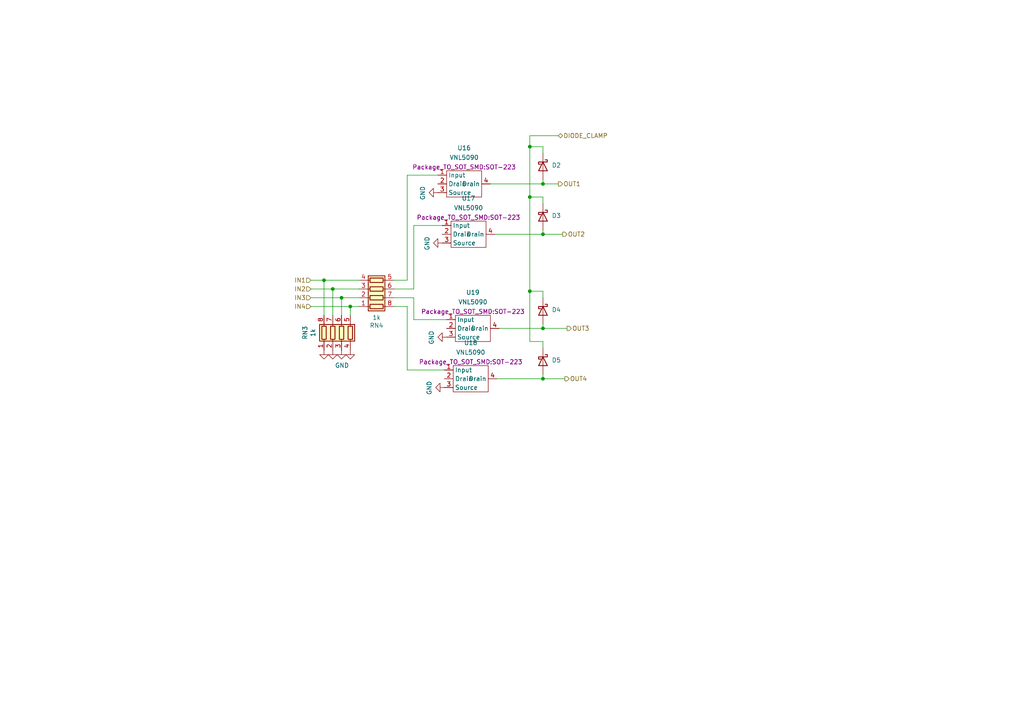
<source format=kicad_sch>
(kicad_sch (version 20230121) (generator eeschema)
  (paper "A4")
  (title_block (title "Polygonus Universal 88p") (date "2023-11-12") (rev "v1.0") (company "FutureProofPerformance.com"))
  (lib_symbols
    (symbol "Device:D_Schottky" (pin_numbers hide) (pin_names (offset 1.016) hide)
      (property "Reference" "D" (at 0 2.54 0))
      (property "Value" "D_Schottky" (at 0 -2.54 0))
      (symbol "D_Schottky_0_1"
        (polyline (pts (xy 1.27 0) (xy -1.27 0)))
        (polyline (pts (xy 1.27 1.27) (xy 1.27 -1.27) (xy -1.27 0) (xy 1.27 1.27)) (stroke (width 0.254)))
        (polyline (pts (xy -1.905 0.635) (xy -1.905 1.27) (xy -1.27 1.27) (xy -1.27 -1.27) (xy -0.635 -1.27) (xy -0.635 -0.635)) (stroke (width 0.254)))
      )
      (symbol "D_Schottky_1_1"
        (pin passive line (at -3.81 0 0) (length 2.54) (name "K") (number "1"))
        (pin passive line (at 3.81 0 180) (length 2.54) (name "A") (number "2"))
      )
    )
    (symbol "Device:R_Pack04" (pin_names (offset 0) hide)
      (property "Reference" "RN" (at -7.62 0 90))
      (property "Value" "R_Pack04" (at 5.08 0 90))
      (symbol "R_Pack04_0_1"
        (rectangle (start -6.35 -2.413) (end 3.81 2.413) (stroke (width 0.254)) (fill (type background)))
        (rectangle (start -5.715 1.905) (end -4.445 -1.905) (stroke (width 0.254)))
        (rectangle (start -3.175 1.905) (end -1.905 -1.905) (stroke (width 0.254)))
        (rectangle (start -0.635 1.905) (end 0.635 -1.905) (stroke (width 0.254)))
        (polyline (pts (xy -5.08 -2.54) (xy -5.08 -1.905)))
        (polyline (pts (xy -5.08 1.905) (xy -5.08 2.54)))
        (polyline (pts (xy -2.54 -2.54) (xy -2.54 -1.905)))
        (polyline (pts (xy -2.54 1.905) (xy -2.54 2.54)))
        (polyline (pts (xy 0 -2.54) (xy 0 -1.905)))
        (polyline (pts (xy 0 1.905) (xy 0 2.54)))
        (polyline (pts (xy 2.54 -2.54) (xy 2.54 -1.905)))
        (polyline (pts (xy 2.54 1.905) (xy 2.54 2.54)))
        (rectangle (start 1.905 1.905) (end 3.175 -1.905) (stroke (width 0.254)))
      )
      (symbol "R_Pack04_1_1"
        (pin passive line (at -5.08 -5.08 90) (length 2.54) (name "R1.1") (number "1"))
        (pin passive line (at -2.54 -5.08 90) (length 2.54) (name "R2.1") (number "2"))
        (pin passive line (at 0 -5.08 90) (length 2.54) (name "R3.1") (number "3"))
        (pin passive line (at 2.54 -5.08 90) (length 2.54) (name "R4.1") (number "4"))
        (pin passive line (at 2.54 5.08 270) (length 2.54) (name "R4.2") (number "5"))
        (pin passive line (at 0 5.08 270) (length 2.54) (name "R3.2") (number "6"))
        (pin passive line (at -2.54 5.08 270) (length 2.54) (name "R2.2") (number "7"))
        (pin passive line (at -5.08 5.08 270) (length 2.54) (name "R1.2") (number "8"))
      )
    )
    (symbol "Simon:VNL5090"
      (property "Reference" "U22" (at 6.1081 0.0001 0))
      (property "Value" "VNL5090" (at 6.1081 -2.5399 0))
      (property "Footprint" "Package_TO_SOT_SMD:SOT-223" (at 6.1081 -5.0799 0))
      (symbol "VNL5090_0_1"
        (rectangle (start -5.08 1.27) (end 5.08 -6.35))
      )
      (symbol "VNL5090_1_1"
        (pin input line (at -7.62 0 0) (length 2.54) (name "Input") (number "1"))
        (pin input line (at -7.62 -2.54 0) (length 2.54) (name "Drain") (number "2"))
        (pin input line (at -7.62 -5.08 0) (length 2.54) (name "Source") (number "3"))
        (pin output line (at 7.62 -2.54 180) (length 2.54) (name "Drain") (number "4"))
      )
    )
    (symbol "power:GND" (power) (pin_names (offset 0))
      (property "Value" "GND" (at 0 -3.81 0))
      (symbol "GND_0_1"
        (polyline (pts (xy 0 0) (xy 0 -1.27) (xy 1.27 -1.27) (xy 0 -2.54) (xy -1.27 -1.27) (xy 0 -1.27)))
      )
      (symbol "GND_1_1"
        (pin power_in line (at 0 0 270) (length 0) hide (name "GND") (number "1"))
      )
    )
  )
  (junction (at 99.06 86.36))
  (junction (at 101.6 88.9))
  (junction (at 157.48 67.945))
  (junction (at 157.48 53.34))
  (junction (at 153.67 42.545))
  (junction (at 93.98 81.28))
  (junction (at 96.52 83.82))
  (junction (at 153.67 57.15))
  (junction (at 157.48 95.25))
  (junction (at 153.67 84.455))
  (junction (at 157.48 109.855))
  (wire (pts (xy 90.17 88.9) (xy 101.6 88.9)))
  (wire (pts (xy 163.195 67.945) (xy 157.48 67.945)))
  (wire (pts (xy 161.925 53.34) (xy 157.48 53.34)))
  (wire (pts (xy 129.54 92.71) (xy 120.015 92.71)))
  (wire (pts (xy 90.17 83.82) (xy 96.52 83.82)))
  (wire (pts (xy 118.11 107.315) (xy 128.905 107.315)))
  (wire (pts (xy 157.48 57.15) (xy 153.67 57.15)))
  (wire (pts (xy 161.925 39.37) (xy 153.67 39.37)))
  (wire (pts (xy 90.17 86.36) (xy 99.06 86.36)))
  (wire (pts (xy 164.465 95.25) (xy 157.48 95.25)))
  (wire (pts (xy 157.48 42.545) (xy 153.67 42.545)))
  (wire (pts (xy 114.3 88.9) (xy 118.11 88.9)))
  (wire (pts (xy 153.67 42.545) (xy 153.67 57.15)))
  (wire (pts (xy 127 50.8) (xy 118.11 50.8)))
  (wire (pts (xy 157.48 59.055) (xy 157.48 57.15)))
  (wire (pts (xy 104.14 86.36) (xy 99.06 86.36)))
  (wire (pts (xy 157.48 52.07) (xy 157.48 53.34)))
  (wire (pts (xy 90.17 81.28) (xy 93.98 81.28)))
  (wire (pts (xy 157.48 108.585) (xy 157.48 109.855)))
  (wire (pts (xy 104.14 81.28) (xy 93.98 81.28)))
  (wire (pts (xy 163.83 109.855) (xy 157.48 109.855)))
  (wire (pts (xy 157.48 66.675) (xy 157.48 67.945)))
  (wire (pts (xy 157.48 100.965) (xy 157.48 99.06)))
  (wire (pts (xy 96.52 83.82) (xy 104.14 83.82)))
  (wire (pts (xy 114.3 83.82) (xy 120.015 83.82)))
  (wire (pts (xy 153.67 39.37) (xy 153.67 42.545)))
  (wire (pts (xy 118.11 50.8) (xy 118.11 81.28)))
  (wire (pts (xy 153.67 84.455) (xy 153.67 99.06)))
  (wire (pts (xy 96.52 91.44) (xy 96.52 83.82)))
  (wire (pts (xy 157.48 93.98) (xy 157.48 95.25)))
  (wire (pts (xy 101.6 91.44) (xy 101.6 88.9)))
  (wire (pts (xy 157.48 44.45) (xy 157.48 42.545)))
  (wire (pts (xy 93.98 81.28) (xy 93.98 91.44)))
  (wire (pts (xy 157.48 109.855) (xy 144.145 109.855)))
  (wire (pts (xy 153.67 57.15) (xy 153.67 84.455)))
  (wire (pts (xy 99.06 86.36) (xy 99.06 91.44)))
  (wire (pts (xy 114.3 86.36) (xy 120.015 86.36)))
  (wire (pts (xy 157.48 67.945) (xy 143.51 67.945)))
  (wire (pts (xy 120.015 86.36) (xy 120.015 92.71)))
  (wire (pts (xy 120.015 65.405) (xy 128.27 65.405)))
  (wire (pts (xy 157.48 99.06) (xy 153.67 99.06)))
  (wire (pts (xy 114.3 81.28) (xy 118.11 81.28)))
  (wire (pts (xy 101.6 88.9) (xy 104.14 88.9)))
  (wire (pts (xy 157.48 86.36) (xy 157.48 84.455)))
  (wire (pts (xy 118.11 88.9) (xy 118.11 107.315)))
  (wire (pts (xy 157.48 53.34) (xy 142.24 53.34)))
  (wire (pts (xy 120.015 65.405) (xy 120.015 83.82)))
  (wire (pts (xy 157.48 95.25) (xy 144.78 95.25)))
  (wire (pts (xy 157.48 84.455) (xy 153.67 84.455)))
  (hierarchical_label "OUT4" (shape output) (at 163.83 109.855 0))
  (hierarchical_label "IN2" (shape input) (at 90.17 83.82 180))
  (hierarchical_label "IN4" (shape input) (at 90.17 88.9 180))
  (hierarchical_label "OUT3" (shape output) (at 164.465 95.25 0))
  (hierarchical_label "IN3" (shape input) (at 90.17 86.36 180))
  (hierarchical_label "IN1" (shape input) (at 90.17 81.28 180))
  (hierarchical_label "DIODE_CLAMP" (shape bidirectional) (at 161.925 39.37 0))
  (hierarchical_label "OUT2" (shape output) (at 163.195 67.945 0))
  (hierarchical_label "OUT1" (shape output) (at 161.925 53.34 0))
  (symbol (lib_id "Simon:VNL5090") (at 135.89 65.405 0) (unit 1)
    (property "Reference" "U17" (at 135.89 57.5203 0))
    (property "Value" "VNL5090" (at 135.89 60.2954 0))
    (property "Footprint" "Package_TO_SOT_SMD:SOT-223" (at 135.89 63.0705 0))
    (property "LCSC" "C2680415" (effects hide))
    (instances (project "Polygonus-Universal-Base" (path "" (reference "U17") (unit 1)) (path "" (reference "U12") (unit 1))))
  )
  (symbol (lib_id "power:GND") (at 127 55.88 270) (unit 1)
    (property "Reference" "#PWR0136" (effects hide))
    (property "Value" "GND" (at 122.6058 56.007 0))
    (instances (project "Polygonus-Universal-Base" (path "" (reference "#PWR0136") (unit 1)) (path "" (reference "#PWR0121") (unit 1))))
  )
  (symbol (lib_id "Simon:VNL5090") (at 137.16 92.71 0) (unit 1)
    (property "Reference" "U19" (at 137.16 84.8253 0))
    (property "Value" "VNL5090" (at 137.16 87.6004 0))
    (property "Footprint" "Package_TO_SOT_SMD:SOT-223" (at 137.16 90.3755 0))
    (property "LCSC" "C2680415" (effects hide))
    (instances (project "Polygonus-Universal-Base" (path "" (reference "U19") (unit 1)) (path "" (reference "U14") (unit 1))))
  )
  (symbol (lib_id "power:GND") (at 93.98 101.6 0) (unit 1)
    (property "Reference" "#PWR0132" (effects hide))
    (property "Value" "GND" (effects hide))
    (instances (project "Polygonus-Universal-Base" (path "" (reference "#PWR0132") (unit 1)) (path "" (reference "#PWR0117") (unit 1))))
  )
  (symbol (lib_id "power:GND") (at 129.54 97.79 270) (unit 1)
    (property "Reference" "#PWR0139" (effects hide))
    (property "Value" "GND" (at 125.1458 97.917 0))
    (instances (project "Polygonus-Universal-Base" (path "" (reference "#PWR0139") (unit 1)) (path "" (reference "#PWR0124") (unit 1))))
  )
  (symbol (lib_id "power:GND") (at 96.52 101.6 0) (unit 1)
    (property "Reference" "#PWR0133" (effects hide))
    (property "Value" "GND" (effects hide))
    (instances (project "Polygonus-Universal-Base" (path "" (reference "#PWR0133") (unit 1)) (path "" (reference "#PWR0118") (unit 1))))
  )
  (symbol (lib_id "Device:D_Schottky") (at 157.48 62.865 270) (unit 1)
    (property "Reference" "D3" (at 160.02 62.5475 90) (effects (justify left)))
    (property "Value" "D_Schottky" (effects hide))
    (property "Footprint" "Diode_SMD:D_SMA" (effects hide))
    (instances (project "Polygonus-Universal-Base" (path "" (reference "D3") (unit 1)) (path "" (reference "D7") (unit 1))))
  )
  (symbol (lib_id "power:GND") (at 101.6 101.6 0) (unit 1)
    (property "Reference" "#PWR0135" (effects hide))
    (property "Value" "GND" (effects hide))
    (instances (project "Polygonus-Universal-Base" (path "" (reference "#PWR0135") (unit 1)) (path "" (reference "#PWR0120") (unit 1))))
  )
  (symbol (lib_id "Device:D_Schottky") (at 157.48 104.775 270) (unit 1)
    (property "Reference" "D5" (at 160.02 104.4575 90) (effects (justify left)))
    (property "Value" "D_Schottky" (effects hide))
    (property "Footprint" "Diode_SMD:D_SMA" (effects hide))
    (instances (project "Polygonus-Universal-Base" (path "" (reference "D5") (unit 1)) (path "" (reference "D9") (unit 1))))
  )
  (symbol (lib_id "Device:D_Schottky") (at 157.48 90.17 270) (unit 1)
    (property "Reference" "D4" (at 160.02 89.8525 90) (effects (justify left)))
    (property "Value" "D_Schottky" (effects hide))
    (property "Footprint" "Diode_SMD:D_SMA" (effects hide))
    (instances (project "Polygonus-Universal-Base" (path "" (reference "D4") (unit 1)) (path "" (reference "D8") (unit 1))))
  )
  (symbol (lib_id "power:GND") (at 128.905 112.395 270) (unit 1)
    (property "Reference" "#PWR0138" (effects hide))
    (property "Value" "GND" (at 124.5108 112.522 0))
    (instances (project "Polygonus-Universal-Base" (path "" (reference "#PWR0138") (unit 1)) (path "" (reference "#PWR0123") (unit 1))))
  )
  (symbol (lib_id "power:GND") (at 99.06 101.6 0) (unit 1)
    (property "Reference" "#PWR0134" (effects hide))
    (property "Value" "GND" (at 99.187 105.9942 0))
    (instances (project "Polygonus-Universal-Base" (path "" (reference "#PWR0134") (unit 1)) (path "" (reference "#PWR0119") (unit 1))))
  )
  (symbol (lib_id "power:GND") (at 128.27 70.485 270) (unit 1)
    (property "Reference" "#PWR0137" (effects hide))
    (property "Value" "GND" (at 123.8758 70.612 0))
    (instances (project "Polygonus-Universal-Base" (path "" (reference "#PWR0137") (unit 1)) (path "" (reference "#PWR0122") (unit 1))))
  )
  (symbol (lib_id "Device:R_Pack04") (at 109.22 83.82 270) (mirror x) (unit 1)
    (property "Reference" "RN4" (at 109.22 94.4118 90))
    (property "Value" "1k" (at 109.22 92.1004 90))
    (property "Footprint" "Resistor_SMD:R_Array_Convex_4x0603" (effects hide))
    (property "LCSC" "C20197" (effects hide))
    (property "LCSC_ext" "0" (effects hide))
    (instances (project "Polygonus-Universal-Base" (path "" (reference "RN4") (unit 1)) (path "" (reference "RN2") (unit 1))))
  )
  (symbol (lib_id "Simon:VNL5090") (at 134.62 50.8 0) (unit 1)
    (property "Reference" "U16" (at 134.62 42.9153 0))
    (property "Value" "VNL5090" (at 134.62 45.6904 0))
    (property "Footprint" "Package_TO_SOT_SMD:SOT-223" (at 134.62 48.4655 0))
    (property "LCSC" "C2680415" (effects hide))
    (instances (project "Polygonus-Universal-Base" (path "" (reference "U16") (unit 1)) (path "" (reference "U11") (unit 1))))
  )
  (symbol (lib_id "Device:D_Schottky") (at 157.48 48.26 270) (unit 1)
    (property "Reference" "D2" (at 160.02 47.9425 90) (effects (justify left)))
    (property "Value" "D_Schottky" (effects hide))
    (property "Footprint" "Diode_SMD:D_SMA" (effects hide))
    (instances (project "Polygonus-Universal-Base" (path "" (reference "D2") (unit 1)) (path "" (reference "D6") (unit 1))))
  )
  (symbol (lib_id "Simon:VNL5090") (at 136.525 107.315 0) (unit 1)
    (property "Reference" "U18" (at 136.525 99.4303 0))
    (property "Value" "VNL5090" (at 136.525 102.2054 0))
    (property "Footprint" "Package_TO_SOT_SMD:SOT-223" (at 136.525 104.9805 0))
    (property "LCSC" "C2680415" (effects hide))
    (instances (project "Polygonus-Universal-Base" (path "" (reference "U18") (unit 1)) (path "" (reference "U13") (unit 1))))
  )
  (symbol (lib_id "Device:R_Pack04") (at 99.06 96.52 0) (unit 1)
    (property "Reference" "RN3" (at 88.4682 96.52 90))
    (property "Value" "1k" (at 90.7796 96.52 90))
    (property "Footprint" "Resistor_SMD:R_Array_Convex_4x0603" (effects hide))
    (property "LCSC" "C20197" (effects hide))
    (property "LCSC_ext" "0" (effects hide))
    (instances (project "Polygonus-Universal-Base" (path "" (reference "RN3") (unit 1)) (path "" (reference "RN1") (unit 1))))
  )
)
</source>
